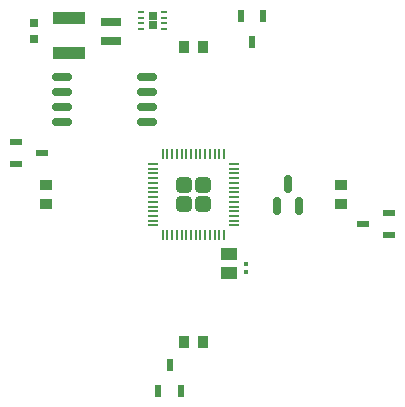
<source format=gbr>
%TF.GenerationSoftware,KiCad,Pcbnew,9.0.6*%
%TF.CreationDate,2025-12-07T19:21:49-08:00*%
%TF.ProjectId,redstone_lamp,72656473-746f-46e6-955f-6c616d702e6b,rev?*%
%TF.SameCoordinates,Original*%
%TF.FileFunction,Paste,Top*%
%TF.FilePolarity,Positive*%
%FSLAX46Y46*%
G04 Gerber Fmt 4.6, Leading zero omitted, Abs format (unit mm)*
G04 Created by KiCad (PCBNEW 9.0.6) date 2025-12-07 19:21:49*
%MOMM*%
%LPD*%
G01*
G04 APERTURE LIST*
G04 Aperture macros list*
%AMRoundRect*
0 Rectangle with rounded corners*
0 $1 Rounding radius*
0 $2 $3 $4 $5 $6 $7 $8 $9 X,Y pos of 4 corners*
0 Add a 4 corners polygon primitive as box body*
4,1,4,$2,$3,$4,$5,$6,$7,$8,$9,$2,$3,0*
0 Add four circle primitives for the rounded corners*
1,1,$1+$1,$2,$3*
1,1,$1+$1,$4,$5*
1,1,$1+$1,$6,$7*
1,1,$1+$1,$8,$9*
0 Add four rect primitives between the rounded corners*
20,1,$1+$1,$2,$3,$4,$5,0*
20,1,$1+$1,$4,$5,$6,$7,0*
20,1,$1+$1,$6,$7,$8,$9,0*
20,1,$1+$1,$8,$9,$2,$3,0*%
G04 Aperture macros list end*
%ADD10R,1.000000X0.950000*%
%ADD11R,0.950000X1.000000*%
%ADD12R,0.750000X0.650000*%
%ADD13RoundRect,0.062500X0.187500X0.062500X-0.187500X0.062500X-0.187500X-0.062500X0.187500X-0.062500X0*%
%ADD14R,0.420000X0.460000*%
%ADD15R,1.800000X0.800000*%
%ADD16R,1.100000X0.600000*%
%ADD17R,0.700000X0.650000*%
%ADD18R,2.700000X1.100000*%
%ADD19RoundRect,0.162500X-0.650000X-0.162500X0.650000X-0.162500X0.650000X0.162500X-0.650000X0.162500X0*%
%ADD20RoundRect,0.150000X0.150000X-0.587500X0.150000X0.587500X-0.150000X0.587500X-0.150000X-0.587500X0*%
%ADD21RoundRect,0.249999X-0.395001X-0.395001X0.395001X-0.395001X0.395001X0.395001X-0.395001X0.395001X0*%
%ADD22RoundRect,0.050000X-0.387500X-0.050000X0.387500X-0.050000X0.387500X0.050000X-0.387500X0.050000X0*%
%ADD23RoundRect,0.050000X-0.050000X-0.387500X0.050000X-0.387500X0.050000X0.387500X-0.050000X0.387500X0*%
%ADD24R,1.470000X1.020000*%
%ADD25R,0.600000X1.100000*%
G04 APERTURE END LIST*
D10*
%TO.C,D2*%
X147500000Y-55800000D03*
X147500000Y-54200000D03*
%TD*%
%TO.C,D4*%
X122500000Y-54200000D03*
X122500000Y-55800000D03*
%TD*%
D11*
%TO.C,D3*%
X135800000Y-67500000D03*
X134200000Y-67500000D03*
%TD*%
D12*
%TO.C,U3*%
X131550000Y-40650000D03*
X131550000Y-39850000D03*
D13*
X132500000Y-41000000D03*
X132500000Y-40500000D03*
X132500000Y-40000000D03*
X132500000Y-39500000D03*
X130600000Y-39500000D03*
X130600000Y-40000000D03*
X130600000Y-40500000D03*
X130600000Y-41000000D03*
%TD*%
D14*
%TO.C,C7*%
X139500000Y-60840000D03*
X139500000Y-61500000D03*
%TD*%
D15*
%TO.C,L1*%
X128000000Y-40400000D03*
X128000000Y-42000000D03*
%TD*%
D16*
%TO.C,D18*%
X151600000Y-58450000D03*
X151600000Y-56550000D03*
X149400000Y-57500000D03*
%TD*%
D11*
%TO.C,D1*%
X134200000Y-42500000D03*
X135800000Y-42500000D03*
%TD*%
D17*
%TO.C,C5*%
X121500000Y-40500000D03*
X121500000Y-41850000D03*
%TD*%
D18*
%TO.C,R17*%
X124500000Y-40000000D03*
X124500000Y-43000000D03*
%TD*%
D16*
%TO.C,D21*%
X120000000Y-50500000D03*
X120000000Y-52400000D03*
X122200000Y-51450000D03*
%TD*%
D19*
%TO.C,U5*%
X123912500Y-45000000D03*
X123912500Y-46270000D03*
X123912500Y-47540000D03*
X123912500Y-48810000D03*
X131087500Y-48810000D03*
X131087500Y-47540000D03*
X131087500Y-46270000D03*
X131087500Y-45000000D03*
%TD*%
D20*
%TO.C,Q2*%
X142050000Y-55937500D03*
X143950000Y-55937500D03*
X143000000Y-54062500D03*
%TD*%
D21*
%TO.C,U1*%
X134200000Y-54200000D03*
X134200000Y-55800000D03*
X135800000Y-54200000D03*
X135800000Y-55800000D03*
D22*
X131562500Y-52400000D03*
X131562500Y-52800001D03*
X131562500Y-53200000D03*
X131562500Y-53600000D03*
X131562500Y-54000000D03*
X131562500Y-54399999D03*
X131562500Y-54800000D03*
X131562500Y-55200000D03*
X131562500Y-55600001D03*
X131562500Y-56000000D03*
X131562500Y-56400000D03*
X131562500Y-56800000D03*
X131562500Y-57199999D03*
X131562500Y-57600000D03*
D23*
X132400000Y-58437500D03*
X132800001Y-58437500D03*
X133200000Y-58437500D03*
X133600000Y-58437500D03*
X134000000Y-58437500D03*
X134399999Y-58437500D03*
X134800000Y-58437500D03*
X135200000Y-58437500D03*
X135600001Y-58437500D03*
X136000000Y-58437500D03*
X136400000Y-58437500D03*
X136800000Y-58437500D03*
X137199999Y-58437500D03*
X137600000Y-58437500D03*
D22*
X138437500Y-57600000D03*
X138437500Y-57199999D03*
X138437500Y-56800000D03*
X138437500Y-56400000D03*
X138437500Y-56000000D03*
X138437500Y-55600001D03*
X138437500Y-55200000D03*
X138437500Y-54800000D03*
X138437500Y-54399999D03*
X138437500Y-54000000D03*
X138437500Y-53600000D03*
X138437500Y-53200000D03*
X138437500Y-52800001D03*
X138437500Y-52400000D03*
D23*
X137600000Y-51562500D03*
X137199999Y-51562500D03*
X136800000Y-51562500D03*
X136400000Y-51562500D03*
X136000000Y-51562500D03*
X135600001Y-51562500D03*
X135200000Y-51562500D03*
X134800000Y-51562500D03*
X134399999Y-51562500D03*
X134000000Y-51562500D03*
X133600000Y-51562500D03*
X133200000Y-51562500D03*
X132800001Y-51562500D03*
X132400000Y-51562500D03*
%TD*%
D24*
%TO.C,C6*%
X138000000Y-60000000D03*
X138000000Y-61600000D03*
%TD*%
D25*
%TO.C,D17*%
X140900000Y-39900000D03*
X139000000Y-39900000D03*
X139950000Y-42100000D03*
%TD*%
%TO.C,D20*%
X132050000Y-71600000D03*
X133950000Y-71600000D03*
X133000000Y-69400000D03*
%TD*%
M02*

</source>
